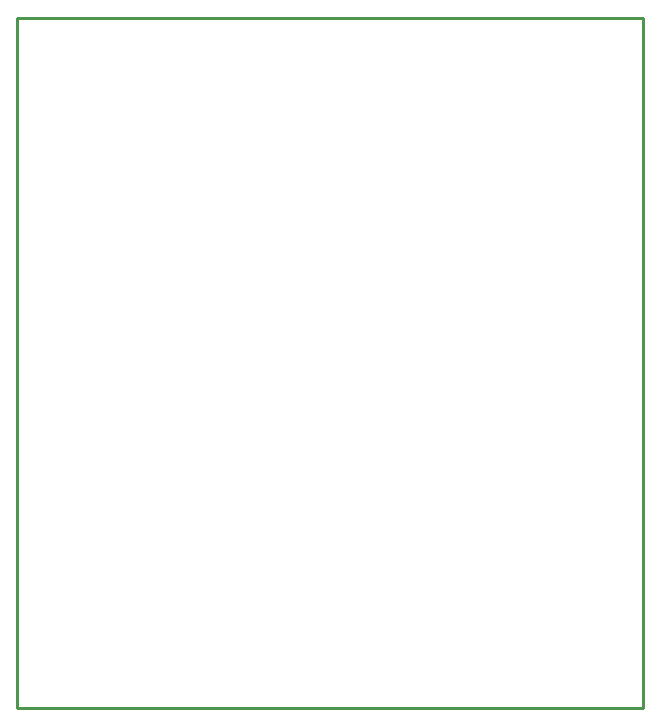
<source format=gko>
G04*
G04 #@! TF.GenerationSoftware,Altium Limited,Altium Designer,19.1.6 (110)*
G04*
G04 Layer_Color=16711935*
%FSLAX25Y25*%
%MOIN*%
G70*
G01*
G75*
%ADD11C,0.01000*%
%ADD66C,0.00000*%
D11*
Y229961D01*
X208701D01*
Y0D02*
Y229961D01*
X0Y0D02*
X208701D01*
D66*
X47500Y229961D02*
X50000Y230000D01*
X110000D01*
X208701Y229961D01*
Y0D02*
Y229961D01*
X0Y0D02*
X208701D01*
X0D02*
Y229961D01*
X47500D01*
M02*

</source>
